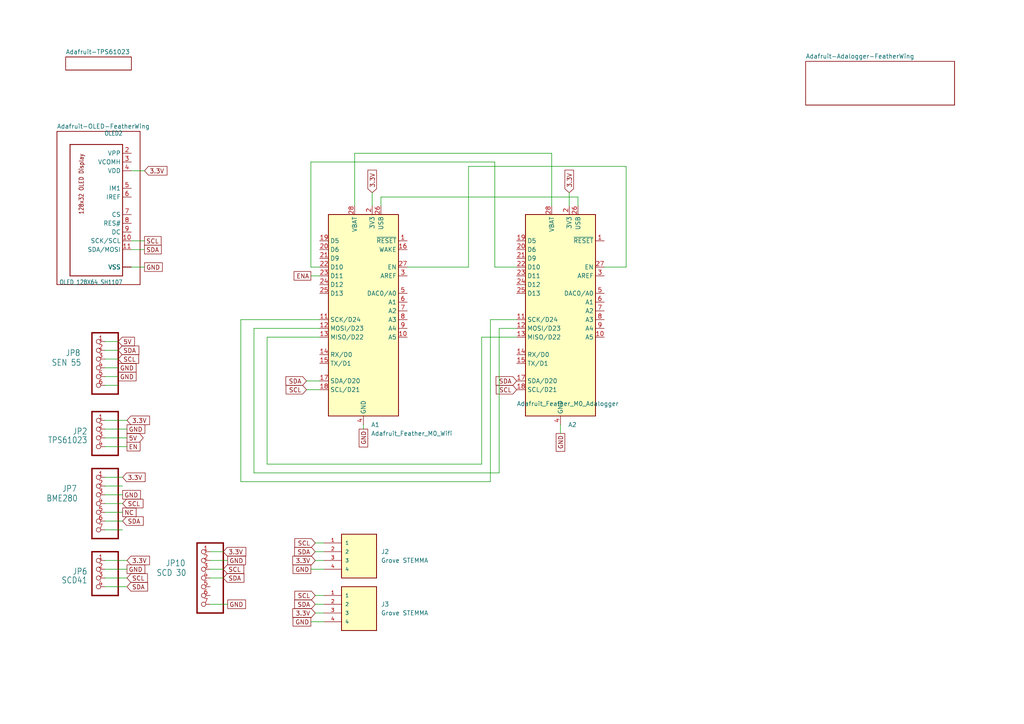
<source format=kicad_sch>
(kicad_sch (version 20231120) (generator "eeschema") (generator_version "8.0")
  (paper "A4")
  (lib_symbols
    (symbol "110990030:110990030" (pin_names (offset 1.016))
      (property "Reference" "J" (at -5.08 5.842 0))
      (property "Value" "110990030" (at -5.08 -8.382 0))
      (symbol "110990030_0_0"
        (rectangle (start -5.08 -7.62) (end 5.08 5.08) (stroke (width 0.254)) (fill (type background)))
        (pin passive line (at -10.16 2.54 0) (length 5.08) (name "1") (number "1"))
        (pin passive line (at -10.16 0 0) (length 5.08) (name "2") (number "2"))
        (pin passive line (at -10.16 -2.54 0) (length 5.08) (name "3") (number "3"))
        (pin passive line (at -10.16 -5.08 0) (length 5.08) (name "4") (number "4"))
      )
    )
    (symbol "Adafruit 128x64 OLED FeatherWing-eagle-import:OLED_128X64_SH1107"
      (property "Reference" "OLED" (at -7.62 22.86 0))
      (symbol "OLED_128X64_SH1107_1_0"
        (polyline (pts (xy -7.62 -17.78) (xy 7.62 -17.78)) (stroke (width 0.254)))
        (polyline (pts (xy -7.62 20.32) (xy -7.62 -17.78)) (stroke (width 0.254)))
        (polyline (pts (xy 7.62 -17.78) (xy 7.62 20.32)) (stroke (width 0.254)))
        (polyline (pts (xy 7.62 20.32) (xy -7.62 20.32)) (stroke (width 0.254)))
        (text "128x32 OLED Display" (at 5.08 0 900) (effects (font (size 1.27 1.0795)) (justify left bottom)))
        (pin power_in line (at -10.16 -15.24 0) (length 2.54) (name "VSS") (number "1"))
        (pin input line (at -10.16 -7.62 0) (length 2.54) (name "SCK/SCL") (number "10"))
        (pin input line (at -10.16 -10.16 0) (length 2.54) (name "SDA/MOSI") (number "11"))
        (pin power_in line (at -10.16 -15.24 0) (length 2.54) (name "VSS") (number "12"))
        (pin power_in line (at -10.16 -15.24 0) (length 2.54) (name "VSS") (number "13"))
        (pin power_in line (at -10.16 17.78 0) (length 2.54) (name "VPP") (number "2"))
        (pin power_in line (at -10.16 15.24 0) (length 2.54) (name "VCOMH") (number "3"))
        (pin power_in line (at -10.16 12.7 0) (length 2.54) (name "VDD") (number "4"))
        (pin input line (at -10.16 7.62 0) (length 2.54) (name "IM1") (number "5"))
        (pin bidirectional line (at -10.16 5.08 0) (length 2.54) (name "IREF") (number "6"))
        (pin input line (at -10.16 0 0) (length 2.54) (name "CS") (number "7"))
        (pin input line (at -10.16 -2.54 0) (length 2.54) (name "RES#") (number "8"))
        (pin input line (at -10.16 -5.08 0) (length 2.54) (name "DC") (number "9"))
      )
    )
    (symbol "Adafruit TPS61023-eagle-import:HEADER-1X4ROUND"
      (property "Reference" "JP" (at -6.35 8.255 0))
      (symbol "HEADER-1X4ROUND_1_0"
        (polyline (pts (xy -6.35 -5.08) (xy 1.27 -5.08)) (stroke (width 0.4064)))
        (polyline (pts (xy -6.35 7.62) (xy -6.35 -5.08)) (stroke (width 0.4064)))
        (polyline (pts (xy 1.27 -5.08) (xy 1.27 7.62)) (stroke (width 0.4064)))
        (polyline (pts (xy 1.27 7.62) (xy -6.35 7.62)) (stroke (width 0.4064)))
        (pin passive inverted (at -2.54 5.08 0) (length 2.54) (name "1") (number "1"))
        (pin passive inverted (at -2.54 2.54 0) (length 2.54) (name "2") (number "2"))
        (pin passive inverted (at -2.54 0 0) (length 2.54) (name "3") (number "3"))
        (pin passive inverted (at -2.54 -2.54 0) (length 2.54) (name "4") (number "4"))
      )
    )
    (symbol "HEADER-1X4ROUND_1"
      (property "Reference" "JP7" (at 5.588 1.778 0))
      (property "Value" "BME280" (at 5.334 -1.016 0))
      (symbol "HEADER-1X4ROUND_1_1_0"
        (polyline (pts (xy -6.35 -12.7) (xy 1.27 -12.7)) (stroke (width 0.4064)))
        (polyline (pts (xy -6.35 7.62) (xy -6.35 -12.7)) (stroke (width 0.4064)))
        (polyline (pts (xy 1.27 -12.7) (xy 1.27 7.62)) (stroke (width 0.4064)))
        (polyline (pts (xy 1.27 7.62) (xy -6.35 7.62)) (stroke (width 0.4064)))
        (pin passive inverted (at -2.54 5.08 0) (length 2.54) (name "1") (number "1"))
        (pin passive inverted (at -2.54 2.54 0) (length 2.54) (name "2") (number "2"))
        (pin passive inverted (at -2.54 0 0) (length 2.54) (name "3") (number "3"))
        (pin passive inverted (at -2.54 -2.54 0) (length 2.54) (name "4") (number "4"))
        (pin passive inverted (at -2.54 -5.08 0) (length 2.54) (name "5") (number "5"))
        (pin passive inverted (at -2.54 -7.62 0) (length 2.54) (name "6") (number "6"))
        (pin passive inverted (at -2.54 -10.16 0) (length 2.54) (name "7") (number "7"))
      )
    )
    (symbol "HEADER-1X4ROUND_2"
      (property "Reference" "JP8" (at 5.588 1.778 0))
      (property "Value" "SEN 55" (at 5.334 -1.016 0))
      (symbol "HEADER-1X4ROUND_2_1_0"
        (polyline (pts (xy -6.35 -10.16) (xy 1.27 -10.16)) (stroke (width 0.4064)))
        (polyline (pts (xy -6.35 7.62) (xy -6.35 -10.16)) (stroke (width 0.4064)))
        (polyline (pts (xy 1.27 -10.16) (xy 1.27 7.62)) (stroke (width 0.4064)))
        (polyline (pts (xy 1.27 7.62) (xy -6.35 7.62)) (stroke (width 0.4064)))
        (pin passive inverted (at -2.54 5.08 0) (length 2.54) (name "1") (number "1"))
        (pin passive inverted (at -2.54 2.54 0) (length 2.54) (name "2") (number "2"))
        (pin passive inverted (at -2.54 0 0) (length 2.54) (name "3") (number "3"))
        (pin passive inverted (at -2.54 -2.54 0) (length 2.54) (name "4") (number "4"))
        (pin passive inverted (at -2.54 -5.08 0) (length 2.54) (name "5") (number "5"))
        (pin passive inverted (at -2.54 -7.62 0) (length 2.54) (name "6") (number "6"))
      )
    )
    (symbol "HEADER-1X4ROUND_3"
      (property "Reference" "JP10" (at 4.572 1.778 0))
      (property "Value" "SCD 30" (at 4.318 -1.016 0))
      (symbol "HEADER-1X4ROUND_3_1_0"
        (polyline (pts (xy -6.35 -12.7) (xy 1.27 -12.7)) (stroke (width 0.4064)))
        (polyline (pts (xy -6.35 7.62) (xy -6.35 -12.7)) (stroke (width 0.4064)))
        (polyline (pts (xy 1.27 -12.7) (xy 1.27 7.62)) (stroke (width 0.4064)))
        (polyline (pts (xy 1.27 7.62) (xy -6.35 7.62)) (stroke (width 0.4064)))
        (pin passive inverted (at -2.54 5.08 0) (length 2.54) (name "1") (number "1"))
        (pin passive inverted (at -2.54 2.54 0) (length 2.54) (name "2") (number "2"))
        (pin passive inverted (at -2.54 0 0) (length 2.54) (name "3") (number "3"))
        (pin passive inverted (at -2.54 -2.54 0) (length 2.54) (name "4") (number "4"))
        (pin passive inverted (at -2.54 -5.08 0) (length 2.54) (name "5") (number "5"))
        (pin passive inverted (at -2.54 -7.62 0) (length 2.54) (name "6") (number "6"))
        (pin passive inverted (at -2.54 -10.16 0) (length 2.54) (name "7") (number "7"))
      )
    )
    (symbol "MCU_Module:Adafruit_Feather_M0_Adalogger"
      (property "Reference" "A" (at -10.16 29.21 0))
      (property "Value" "Adafruit_Feather_M0_Adalogger" (at 2.54 -31.75 0))
      (symbol "Adafruit_Feather_M0_Adalogger_0_1"
        (rectangle (start -10.16 27.94) (end 10.16 -30.48) (stroke (width 0.254)) (fill (type background)))
      )
      (symbol "Adafruit_Feather_M0_Adalogger_1_1"
        (pin input line (at 12.7 20.32 180) (length 2.54) (name "~{RESET}") (number "1"))
        (pin bidirectional line (at 12.7 -7.62 180) (length 2.54) (name "A5") (number "10"))
        (pin bidirectional line (at -12.7 -2.54 0) (length 2.54) (name "SCK/D24") (number "11"))
        (pin bidirectional line (at -12.7 -5.08 0) (length 2.54) (name "MOSI/D23") (number "12"))
        (pin bidirectional line (at -12.7 -7.62 0) (length 2.54) (name "MISO/D22") (number "13"))
        (pin bidirectional line (at -12.7 -12.7 0) (length 2.54) (name "RX/D0") (number "14"))
        (pin bidirectional line (at -12.7 -15.24 0) (length 2.54) (name "TX/D1") (number "15"))
        (pin passive line (at 0 -33.02 90) (length 2.54) hide (name "GND") (number "16"))
        (pin bidirectional line (at -12.7 -20.32 0) (length 2.54) (name "SDA/D20") (number "17"))
        (pin bidirectional line (at -12.7 -22.86 0) (length 2.54) (name "SCL/D21") (number "18"))
        (pin bidirectional line (at -12.7 20.32 0) (length 2.54) (name "D5") (number "19"))
        (pin power_in line (at 2.54 30.48 270) (length 2.54) (name "3V3") (number "2"))
        (pin bidirectional line (at -12.7 17.78 0) (length 2.54) (name "D6") (number "20"))
        (pin bidirectional line (at -12.7 15.24 0) (length 2.54) (name "D9") (number "21"))
        (pin bidirectional line (at -12.7 12.7 0) (length 2.54) (name "D10") (number "22"))
        (pin bidirectional line (at -12.7 10.16 0) (length 2.54) (name "D11") (number "23"))
        (pin bidirectional line (at -12.7 7.62 0) (length 2.54) (name "D12") (number "24"))
        (pin bidirectional line (at -12.7 5.08 0) (length 2.54) (name "D13") (number "25"))
        (pin power_in line (at 5.08 30.48 270) (length 2.54) (name "USB") (number "26"))
        (pin input line (at 12.7 12.7 180) (length 2.54) (name "EN") (number "27"))
        (pin power_in line (at -2.54 30.48 270) (length 2.54) (name "VBAT") (number "28"))
        (pin input line (at 12.7 10.16 180) (length 2.54) (name "AREF") (number "3"))
        (pin power_in line (at 0 -33.02 90) (length 2.54) (name "GND") (number "4"))
        (pin bidirectional line (at 12.7 5.08 180) (length 2.54) (name "DAC0/A0") (number "5"))
        (pin bidirectional line (at 12.7 2.54 180) (length 2.54) (name "A1") (number "6"))
        (pin bidirectional line (at 12.7 0 180) (length 2.54) (name "A2") (number "7"))
        (pin bidirectional line (at 12.7 -2.54 180) (length 2.54) (name "A3") (number "8"))
        (pin bidirectional line (at 12.7 -5.08 180) (length 2.54) (name "A4") (number "9"))
      )
    )
    (symbol "MCU_Module:Adafruit_Feather_M0_Wifi"
      (property "Reference" "A" (at -10.16 29.21 0))
      (property "Value" "Adafruit_Feather_M0_Wifi" (at 2.54 -31.75 0))
      (symbol "Adafruit_Feather_M0_Wifi_0_1"
        (rectangle (start -10.16 27.94) (end 10.16 -30.48) (stroke (width 0.254)) (fill (type background)))
      )
      (symbol "Adafruit_Feather_M0_Wifi_1_1"
        (pin input line (at 12.7 20.32 180) (length 2.54) (name "~{RESET}") (number "1"))
        (pin bidirectional line (at 12.7 -7.62 180) (length 2.54) (name "A5") (number "10"))
        (pin bidirectional line (at -12.7 -2.54 0) (length 2.54) (name "SCK/D24") (number "11"))
        (pin bidirectional line (at -12.7 -5.08 0) (length 2.54) (name "MOSI/D23") (number "12"))
        (pin bidirectional line (at -12.7 -7.62 0) (length 2.54) (name "MISO/D22") (number "13"))
        (pin bidirectional line (at -12.7 -12.7 0) (length 2.54) (name "RX/D0") (number "14"))
        (pin bidirectional line (at -12.7 -15.24 0) (length 2.54) (name "TX/D1") (number "15"))
        (pin input line (at 12.7 17.78 180) (length 2.54) (name "WAKE") (number "16"))
        (pin bidirectional line (at -12.7 -20.32 0) (length 2.54) (name "SDA/D20") (number "17"))
        (pin bidirectional line (at -12.7 -22.86 0) (length 2.54) (name "SCL/D21") (number "18"))
        (pin bidirectional line (at -12.7 20.32 0) (length 2.54) (name "D5") (number "19"))
        (pin power_in line (at 2.54 30.48 270) (length 2.54) (name "3V3") (number "2"))
        (pin bidirectional line (at -12.7 17.78 0) (length 2.54) (name "D6") (number "20"))
        (pin bidirectional line (at -12.7 15.24 0) (length 2.54) (name "D9") (number "21"))
        (pin bidirectional line (at -12.7 12.7 0) (length 2.54) (name "D10") (number "22"))
        (pin bidirectional line (at -12.7 10.16 0) (length 2.54) (name "D11") (number "23"))
        (pin bidirectional line (at -12.7 7.62 0) (length 2.54) (name "D12") (number "24"))
        (pin bidirectional line (at -12.7 5.08 0) (length 2.54) (name "D13") (number "25"))
        (pin power_in line (at 5.08 30.48 270) (length 2.54) (name "USB") (number "26"))
        (pin input line (at 12.7 12.7 180) (length 2.54) (name "EN") (number "27"))
        (pin power_in line (at -2.54 30.48 270) (length 2.54) (name "VBAT") (number "28"))
        (pin input line (at 12.7 10.16 180) (length 2.54) (name "AREF") (number "3"))
        (pin power_in line (at 0 -33.02 90) (length 2.54) (name "GND") (number "4"))
        (pin bidirectional line (at 12.7 5.08 180) (length 2.54) (name "DAC0/A0") (number "5"))
        (pin bidirectional line (at 12.7 2.54 180) (length 2.54) (name "A1") (number "6"))
        (pin bidirectional line (at 12.7 0 180) (length 2.54) (name "A2") (number "7"))
        (pin bidirectional line (at 12.7 -2.54 180) (length 2.54) (name "A3") (number "8"))
        (pin bidirectional line (at 12.7 -5.08 180) (length 2.54) (name "A4") (number "9"))
      )
    )
  )
  (wire (pts (xy 139.7 134.62) (xy 139.7 97.79)))
  (wire (pts (xy 69.85 139.7) (xy 142.24 139.7)))
  (wire (pts (xy 105.41 123.19) (xy 105.41 124.46)))
  (wire (pts (xy 91.44 157.48) (xy 93.98 157.48)))
  (wire (pts (xy 181.61 48.26) (xy 181.61 77.47)))
  (wire (pts (xy 60.96 162.56) (xy 66.04 162.56)))
  (wire (pts (xy 91.44 175.26) (xy 93.98 175.26)))
  (wire (pts (xy 107.95 55.88) (xy 107.95 59.69)))
  (wire (pts (xy 38.1 49.53) (xy 41.91 49.53)))
  (wire (pts (xy 30.48 148.59) (xy 35.56 148.59)))
  (wire (pts (xy 30.48 124.46) (xy 36.83 124.46)))
  (wire (pts (xy 30.48 151.13) (xy 35.56 151.13)))
  (wire (pts (xy 69.85 92.71) (xy 69.85 139.7)))
  (wire (pts (xy 135.89 77.47) (xy 135.89 48.26)))
  (wire (pts (xy 144.78 137.16) (xy 144.78 95.25)))
  (wire (pts (xy 90.17 165.1) (xy 93.98 165.1)))
  (wire (pts (xy 30.48 146.05) (xy 35.56 146.05)))
  (wire (pts (xy 38.1 72.39) (xy 41.91 72.39)))
  (wire (pts (xy 92.71 77.47) (xy 90.17 77.47)))
  (wire (pts (xy 160.02 59.69) (xy 160.02 44.45)))
  (wire (pts (xy 90.17 46.99) (xy 143.51 46.99)))
  (wire (pts (xy 30.48 153.67) (xy 35.56 153.67)))
  (wire (pts (xy 139.7 97.79) (xy 149.86 97.79)))
  (wire (pts (xy 88.9 113.03) (xy 92.71 113.03)))
  (wire (pts (xy 144.78 95.25) (xy 149.86 95.25)))
  (wire (pts (xy 142.24 139.7) (xy 142.24 92.71)))
  (wire (pts (xy 88.9 110.49) (xy 92.71 110.49)))
  (wire (pts (xy 77.47 97.79) (xy 77.47 134.62)))
  (wire (pts (xy 165.1 55.88) (xy 165.1 59.69)))
  (wire (pts (xy 60.96 160.02) (xy 64.77 160.02)))
  (wire (pts (xy 91.44 177.8) (xy 93.98 177.8)))
  (wire (pts (xy 30.48 109.22) (xy 34.29 109.22)))
  (wire (pts (xy 30.48 101.6) (xy 34.29 101.6)))
  (wire (pts (xy 92.71 92.71) (xy 69.85 92.71)))
  (wire (pts (xy 91.44 172.72) (xy 93.98 172.72)))
  (wire (pts (xy 90.17 80.01) (xy 92.71 80.01)))
  (wire (pts (xy 167.64 57.15) (xy 110.49 57.15)))
  (wire (pts (xy 135.89 48.26) (xy 181.61 48.26)))
  (wire (pts (xy 143.51 77.47) (xy 149.86 77.47)))
  (wire (pts (xy 102.87 44.45) (xy 102.87 59.69)))
  (wire (pts (xy 30.48 121.92) (xy 36.83 121.92)))
  (wire (pts (xy 90.17 180.34) (xy 93.98 180.34)))
  (wire (pts (xy 73.66 95.25) (xy 73.66 137.16)))
  (wire (pts (xy 91.44 162.56) (xy 93.98 162.56)))
  (wire (pts (xy 92.71 97.79) (xy 77.47 97.79)))
  (wire (pts (xy 73.66 137.16) (xy 144.78 137.16)))
  (wire (pts (xy 30.48 162.56) (xy 36.83 162.56)))
  (wire (pts (xy 167.64 59.69) (xy 167.64 57.15)))
  (wire (pts (xy 30.48 140.97) (xy 35.56 140.97)))
  (wire (pts (xy 175.26 77.47) (xy 181.61 77.47)))
  (wire (pts (xy 30.48 111.76) (xy 34.29 111.76)))
  (wire (pts (xy 30.48 138.43) (xy 35.56 138.43)))
  (wire (pts (xy 38.1 69.85) (xy 41.91 69.85)))
  (wire (pts (xy 143.51 46.99) (xy 143.51 77.47)))
  (wire (pts (xy 118.11 77.47) (xy 135.89 77.47)))
  (wire (pts (xy 30.48 167.64) (xy 36.83 167.64)))
  (wire (pts (xy 38.1 77.47) (xy 41.91 77.47)))
  (wire (pts (xy 110.49 57.15) (xy 110.49 59.69)))
  (wire (pts (xy 30.48 143.51) (xy 35.56 143.51)))
  (wire (pts (xy 30.48 104.14) (xy 34.29 104.14)))
  (wire (pts (xy 60.96 165.1) (xy 64.77 165.1)))
  (wire (pts (xy 30.48 106.68) (xy 34.29 106.68)))
  (wire (pts (xy 77.47 134.62) (xy 139.7 134.62)))
  (wire (pts (xy 142.24 92.71) (xy 149.86 92.71)))
  (wire (pts (xy 30.48 170.18) (xy 36.83 170.18)))
  (wire (pts (xy 92.71 95.25) (xy 73.66 95.25)))
  (wire (pts (xy 30.48 129.54) (xy 36.83 129.54)))
  (wire (pts (xy 90.17 77.47) (xy 90.17 46.99)))
  (wire (pts (xy 30.48 165.1) (xy 36.83 165.1)))
  (wire (pts (xy 162.56 123.19) (xy 162.56 125.73)))
  (wire (pts (xy 30.48 99.06) (xy 34.29 99.06)))
  (wire (pts (xy 60.96 167.64) (xy 64.77 167.64)))
  (wire (pts (xy 60.96 175.26) (xy 66.04 175.26)))
  (wire (pts (xy 30.48 127) (xy 36.83 127)))
  (wire (pts (xy 160.02 44.45) (xy 102.87 44.45)))
  (wire (pts (xy 91.44 160.02) (xy 93.98 160.02)))
  (global_label "SDA" (shape input) (at 91.44 160.02 180) (property "Intersheetrefs" "${INTERSHEET_REFS}" (effects (hide yes))))
  (global_label "GND" (shape passive) (at 90.17 180.34 180) (property "Intersheetrefs" "${INTERSHEET_REFS}" (effects (hide yes))))
  (global_label "GND" (shape passive) (at 41.91 77.47 0) (property "Intersheetrefs" "${INTERSHEET_REFS}" (effects (hide yes))))
  (global_label "SDA" (shape input) (at 149.86 110.49 180) (property "Intersheetrefs" "${INTERSHEET_REFS}" (effects (hide yes))))
  (global_label "3.3V" (shape input) (at 64.77 160.02 0) (property "Intersheetrefs" "${INTERSHEET_REFS}" (effects (hide yes))))
  (global_label "3.3V" (shape input) (at 91.44 162.56 180) (property "Intersheetrefs" "${INTERSHEET_REFS}" (effects (hide yes))))
  (global_label "SDA" (shape input) (at 36.83 170.18 0) (property "Intersheetrefs" "${INTERSHEET_REFS}" (effects (hide yes))))
  (global_label "SCL" (shape input) (at 88.9 113.03 180) (property "Intersheetrefs" "${INTERSHEET_REFS}" (effects (hide yes))))
  (global_label "GND" (shape passive) (at 35.56 143.51 0) (property "Intersheetrefs" "${INTERSHEET_REFS}" (effects (hide yes))))
  (global_label "SCL" (shape input) (at 64.77 165.1 0) (property "Intersheetrefs" "${INTERSHEET_REFS}" (effects (hide yes))))
  (global_label "3.3V" (shape input) (at 41.91 49.53 0) (property "Intersheetrefs" "${INTERSHEET_REFS}" (effects (hide yes))))
  (global_label "GND" (shape passive) (at 34.29 109.22 0) (property "Intersheetrefs" "${INTERSHEET_REFS}" (effects (hide yes))))
  (global_label "GND" (shape passive) (at 66.04 162.56 0) (property "Intersheetrefs" "${INTERSHEET_REFS}" (effects (hide yes))))
  (global_label "GND" (shape passive) (at 34.29 106.68 0) (property "Intersheetrefs" "${INTERSHEET_REFS}" (effects (hide yes))))
  (global_label "3.3V" (shape input) (at 165.1 55.88 90) (property "Intersheetrefs" "${INTERSHEET_REFS}" (effects (hide yes))))
  (global_label "SDA" (shape input) (at 88.9 110.49 180) (property "Intersheetrefs" "${INTERSHEET_REFS}" (effects (hide yes))))
  (global_label "EN" (shape passive) (at 36.83 129.54 0) (property "Intersheetrefs" "${INTERSHEET_REFS}" (effects (hide yes))))
  (global_label "SCL" (shape input) (at 91.44 157.48 180) (property "Intersheetrefs" "${INTERSHEET_REFS}" (effects (hide yes))))
  (global_label "3.3V" (shape input) (at 36.83 121.92 0) (property "Intersheetrefs" "${INTERSHEET_REFS}" (effects (hide yes))))
  (global_label "SDA" (shape input) (at 34.29 101.6 0) (property "Intersheetrefs" "${INTERSHEET_REFS}" (effects (hide yes))))
  (global_label "SCL" (shape input) (at 149.86 113.03 180) (property "Intersheetrefs" "${INTERSHEET_REFS}" (effects (hide yes))))
  (global_label "3.3V" (shape input) (at 36.83 162.56 0) (property "Intersheetrefs" "${INTERSHEET_REFS}" (effects (hide yes))))
  (global_label "3.3V" (shape input) (at 91.44 177.8 180) (property "Intersheetrefs" "${INTERSHEET_REFS}" (effects (hide yes))))
  (global_label "GND" (shape passive) (at 162.56 125.73 270) (property "Intersheetrefs" "${INTERSHEET_REFS}" (effects (hide yes))))
  (global_label "SDA" (shape passive) (at 41.91 72.39 0) (property "Intersheetrefs" "${INTERSHEET_REFS}" (effects (hide yes))))
  (global_label "SDA" (shape input) (at 91.44 175.26 180) (property "Intersheetrefs" "${INTERSHEET_REFS}" (effects (hide yes))))
  (global_label "3.3V" (shape input) (at 35.56 138.43 0) (property "Intersheetrefs" "${INTERSHEET_REFS}" (effects (hide yes))))
  (global_label "SDA" (shape input) (at 64.77 167.64 0) (property "Intersheetrefs" "${INTERSHEET_REFS}" (effects (hide yes))))
  (global_label "ENA" (shape passive) (at 90.17 80.01 180) (property "Intersheetrefs" "${INTERSHEET_REFS}" (effects (hide yes))))
  (global_label "GND" (shape passive) (at 105.41 124.46 270) (property "Intersheetrefs" "${INTERSHEET_REFS}" (effects (hide yes))))
  (global_label "GND" (shape passive) (at 90.17 165.1 180) (property "Intersheetrefs" "${INTERSHEET_REFS}" (effects (hide yes))))
  (global_label "3.3V" (shape input) (at 107.95 55.88 90) (property "Intersheetrefs" "${INTERSHEET_REFS}" (effects (hide yes))))
  (global_label "SDA" (shape input) (at 35.56 151.13 0) (property "Intersheetrefs" "${INTERSHEET_REFS}" (effects (hide yes))))
  (global_label "5V" (shape output) (at 36.83 127 0) (property "Intersheetrefs" "${INTERSHEET_REFS}" (effects (hide yes))))
  (global_label "GND" (shape passive) (at 36.83 124.46 0) (property "Intersheetrefs" "${INTERSHEET_REFS}" (effects (hide yes))))
  (global_label "GND" (shape passive) (at 36.83 165.1 0) (property "Intersheetrefs" "${INTERSHEET_REFS}" (effects (hide yes))))
  (global_label "GND" (shape passive) (at 66.04 175.26 0) (property "Intersheetrefs" "${INTERSHEET_REFS}" (effects (hide yes))))
  (global_label "SCL" (shape input) (at 35.56 146.05 0) (property "Intersheetrefs" "${INTERSHEET_REFS}" (effects (hide yes))))
  (global_label "SCL" (shape passive) (at 41.91 69.85 0) (property "Intersheetrefs" "${INTERSHEET_REFS}" (effects (hide yes))))
  (global_label "SCL" (shape input) (at 91.44 172.72 180) (property "Intersheetrefs" "${INTERSHEET_REFS}" (effects (hide yes))))
  (global_label "SCL" (shape input) (at 34.29 104.14 0) (property "Intersheetrefs" "${INTERSHEET_REFS}" (effects (hide yes))))
  (global_label "5V" (shape input) (at 34.29 99.06 0) (property "Intersheetrefs" "${INTERSHEET_REFS}" (effects (hide yes))))
  (global_label "SCL" (shape input) (at 36.83 167.64 0) (property "Intersheetrefs" "${INTERSHEET_REFS}" (effects (hide yes))))
  (global_label "NC" (shape passive) (at 35.56 148.59 0) (property "Intersheetrefs" "${INTERSHEET_REFS}" (effects (hide yes))))
  (symbol (lib_id "MCU_Module:Adafruit_Feather_M0_Wifi") (at 105.41 90.17 0) (unit 1)
    (property "Reference" "A1" (at 107.6041 123.19 0) (effects (justify left)))
    (property "Value" "Adafruit_Feather_M0_Wifi" (at 107.6041 125.73 0) (effects (justify left)))
    (property "Footprint" "Module:Adafruit_Feather_M0_Wifi" (effects (hide yes)))
    (property "Datasheet" "https://cdn-learn.adafruit.com/downloads/pdf/adafruit-feather-m0-wifi-atwinc1500.pdf" (effects (hide yes)))
    (property "Description" "Microcontroller module with SAMD21 Cortex-M0 MCU and ATWINC1500 Wifi" (effects (hide yes)))
  )
  (symbol (lib_id "110990030:110990030") (at 104.14 175.26 0) (unit 1)
    (property "Reference" "J3" (at 110.49 175.2599 0) (effects (justify left)))
    (property "Value" "Grove STEMMA" (at 110.49 177.7999 0) (effects (justify left)))
    (property "Footprint" "Connector_PinHeader_2.00mm:PinHeader_1x04_P2.00mm_Vertical" (effects (hide yes)))
    (property "MF" "Seeed Studio" (effects (hide yes)))
    (property "MAXIMUM_PACKAGE_HEIGHT" "8.1mm" (effects (hide yes)))
    (property "Package" "None" (effects (hide yes)))
    (property "Price" "None" (effects (hide yes)))
    (property "Check_prices" "https://www.snapeda.com/parts/110990030%2010PCS/PACK/Seeed+Studio/view-part/?ref=eda" (effects (hide yes)))
    (property "STANDARD" "Manufacturer Recommendations" (effects (hide yes)))
    (property "PARTREV" "A" (effects (hide yes)))
    (property "SnapEDA_Link" "https://www.snapeda.com/parts/110990030%2010PCS/PACK/Seeed+Studio/view-part/?ref=snap" (effects (hide yes)))
    (property "MP" "110990030 10PCS/PACK" (effects (hide yes)))
    (property "Description_1" "\nGrove - Universal 4 pin connector [Seeed Studio] 110990030 10PCS/PACK Grove - Universal 4 pin connector\n" (effects (hide yes)))
    (property "Availability" "Not in stock" (effects (hide yes)))
    (property "MANUFACTURER" "Seeed Technology" (effects (hide yes)))
  )
  (symbol (lib_name "HEADER-1X4ROUND_1") (lib_id "Adafruit TPS61023-eagle-import:HEADER-1X4ROUND") (at 27.94 143.51 0) (mirror y) (unit 1)
    (property "Reference" "JP7" (at 22.352 141.732 0) (effects (font (size 1.778 1.5113)) (justify left)))
    (property "Value" "BME280" (at 22.606 144.526 0) (effects (font (size 1.778 1.5113)) (justify left)))
    (property "Footprint" "Connector_PinHeader_2.54mm:PinHeader_1x07_P2.54mm_Vertical" (effects (hide yes)))
    (property "Description" "PIN HEADER" (effects (hide yes)))
  )
  (symbol (lib_id "110990030:110990030") (at 104.14 160.02 0) (unit 1)
    (property "Reference" "J2" (at 110.49 160.0199 0) (effects (justify left)))
    (property "Value" "Grove STEMMA" (at 110.49 162.5599 0) (effects (justify left)))
    (property "Footprint" "Connector_PinHeader_2.00mm:PinHeader_1x04_P2.00mm_Vertical" (effects (hide yes)))
    (property "MF" "Seeed Studio" (effects (hide yes)))
    (property "MAXIMUM_PACKAGE_HEIGHT" "8.1mm" (effects (hide yes)))
    (property "Package" "None" (effects (hide yes)))
    (property "Price" "None" (effects (hide yes)))
    (property "Check_prices" "https://www.snapeda.com/parts/110990030%2010PCS/PACK/Seeed+Studio/view-part/?ref=eda" (effects (hide yes)))
    (property "STANDARD" "Manufacturer Recommendations" (effects (hide yes)))
    (property "PARTREV" "A" (effects (hide yes)))
    (property "SnapEDA_Link" "https://www.snapeda.com/parts/110990030%2010PCS/PACK/Seeed+Studio/view-part/?ref=snap" (effects (hide yes)))
    (property "MP" "110990030 10PCS/PACK" (effects (hide yes)))
    (property "Description_1" "\nGrove - Universal 4 pin connector [Seeed Studio] 110990030 10PCS/PACK Grove - Universal 4 pin connector\n" (effects (hide yes)))
    (property "Availability" "Not in stock" (effects (hide yes)))
    (property "MANUFACTURER" "Seeed Technology" (effects (hide yes)))
  )
  (symbol (lib_id "Adafruit TPS61023-eagle-import:HEADER-1X4ROUND") (at 27.94 127 0) (mirror y) (unit 1)
    (property "Reference" "JP2" (at 25.4 125.095 0) (effects (font (size 1.778 1.5113)) (justify left)))
    (property "Value" "TPS61023" (at 25.4 127.635 0) (effects (font (size 1.778 1.5113)) (justify left)))
    (property "Footprint" "Connector_PinHeader_2.54mm:PinHeader_1x04_P2.54mm_Vertical" (effects (hide yes)))
    (property "Description" "PIN HEADER" (effects (hide yes)))
  )
  (symbol (lib_name "HEADER-1X4ROUND_2") (lib_id "Adafruit TPS61023-eagle-import:HEADER-1X4ROUND") (at 27.94 104.14 0) (mirror y) (unit 1)
    (property "Reference" "JP8" (at 23.368 102.362 0) (effects (font (size 1.778 1.5113)) (justify left)))
    (property "Value" "SEN 55" (at 23.622 105.156 0) (effects (font (size 1.778 1.5113)) (justify left)))
    (property "Footprint" "Connector_PinHeader_2.54mm:PinHeader_1x06_P2.54mm_Vertical" (effects (hide yes)))
    (property "Description" "PIN HEADER" (effects (hide yes)))
  )
  (symbol (lib_id "MCU_Module:Adafruit_Feather_M0_Adalogger") (at 162.56 90.17 0) (unit 1)
    (property "Reference" "A2" (at 164.7541 123.19 0) (effects (justify left)))
    (property "Value" "Adafruit_Feather_M0_Adalogger" (at 149.86 117.094 0) (effects (justify left)))
    (property "Footprint" "Module:Adafruit_Feather" (effects (hide yes)))
    (property "Datasheet" "https://cdn-learn.adafruit.com/downloads/pdf/adafruit-feather-m0-adalogger.pdf" (effects (hide yes)))
    (property "Description" "Microcontroller module with SAMD21 Cortex-M0 MCU and SD card reader" (effects (hide yes)))
  )
  (symbol (lib_id "Adafruit 128x64 OLED FeatherWing-eagle-import:OLED_128X64_SH1107") (at 27.94 62.23 0) (mirror y) (unit 1)
    (property "Reference" "OLED2" (at 35.56 39.37 0) (effects (font (size 1.27 1.0795)) (justify left bottom)))
    (property "Value" "OLED_128X64_SH1107" (at 35.56 82.55 0) (effects (font (size 1.27 1.0795)) (justify left bottom)))
    (property "Footprint" "Adafruit 128x64 OLED FeatherWing:QT1107P11A" (effects (hide yes)))
  )
  (symbol (lib_name "HEADER-1X4ROUND_3") (lib_id "Adafruit TPS61023-eagle-import:HEADER-1X4ROUND") (at 58.42 165.1 0) (mirror y) (unit 1)
    (property "Reference" "JP10" (at 53.848 163.322 0) (effects (font (size 1.778 1.5113)) (justify left)))
    (property "Value" "SCD 30" (at 54.102 166.116 0) (effects (font (size 1.778 1.5113)) (justify left)))
    (property "Footprint" "Connector_PinHeader_2.54mm:PinHeader_1x07_P2.54mm_Vertical" (effects (hide yes)))
    (property "Description" "PIN HEADER" (effects (hide yes)))
  )
  (symbol (lib_id "Adafruit TPS61023-eagle-import:HEADER-1X4ROUND") (at 27.94 167.64 0) (mirror y) (unit 1)
    (property "Reference" "JP6" (at 25.4 165.735 0) (effects (font (size 1.778 1.5113)) (justify left)))
    (property "Value" "SCD41" (at 25.4 168.275 0) (effects (font (size 1.778 1.5113)) (justify left)))
    (property "Footprint" "Connector_PinHeader_2.54mm:PinHeader_1x04_P2.54mm_Vertical" (effects (hide yes)))
    (property "Description" "PIN HEADER" (effects (hide yes)))
  )
  (sheet (at 233.68 17.78) (size 43.18 12.7) (stroke (width 0.1524))
    (property "Sheetname" "Adafruit-Adalogger-FeatherWing" (at 233.68 17.0684 0) (effects (justify left bottom)))
    (property "Sheetfile" "Adafruit-Adalogger-FeatherWing.kicad_sch" (effects (hide yes)))
  )
  (sheet (at 16.51 38.1) (size 24.13 44.45) (stroke (width 0.1524))
    (property "Sheetname" "Adafruit-OLED-FeatherWing" (at 16.51 37.3884 0) (effects (justify left bottom)))
    (property "Sheetfile" "Adafruit-OLED-FeatherWing.kicad_sch" (effects (hide yes)))
  )
  (sheet (at 19.05 16.51) (size 19.05 3.81) (stroke (width 0.1524))
    (property "Sheetname" "Adafruit-TPS61023" (at 19.05 15.7984 0) (effects (justify left bottom)))
    (property "Sheetfile" "Adafruit-TPS61023.kicad_sch" (effects (hide yes)))
  )
)
</source>
